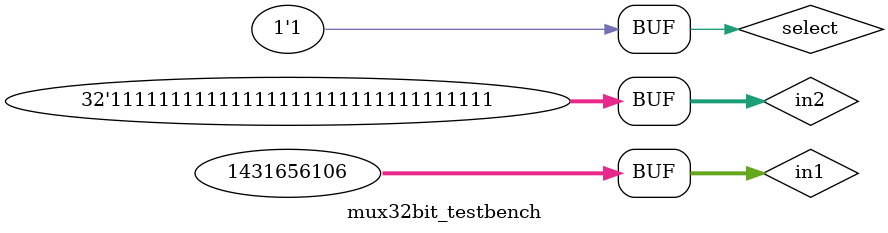
<source format=v>
module mux32bit_testbench();

reg[31:0] in1;
reg[31:0] in2;
reg select;
wire [31:0] out;


mux_2_1_32bit test(out, select, in1, in2);


initial begin
in1 = 32'b01010101010101010101011010101010; 
in2 = 32'b11111111111111111111111111111111;
select = 1'b0; #50;

in1 = 32'b01010101010101010101011010101010; 
in2 = 32'b11111111111111111111111111111111;
select = 1'b1;

end

initial begin
$monitor("İn1 = %5b--in2 = %5b\nout = %5b--select = %1b", in1, in2, out, select);
end


endmodule

</source>
